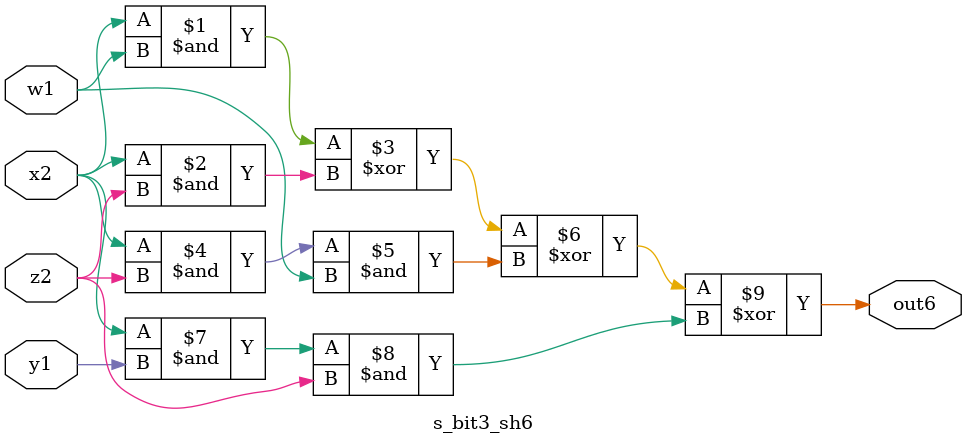
<source format=sv>
module s_bit3_sh6 (
  x2,
  w1,
  z2,
  y1,
  out6
);

    input wire x2;
    input wire w1;
    input wire z2;
    input wire y1;

    output wire out6;

    assign out6 = x2 & w1 ^ x2 & z2 ^ x2 & z2 & w1 ^ x2 & y1 & z2 ;

endmodule

</source>
